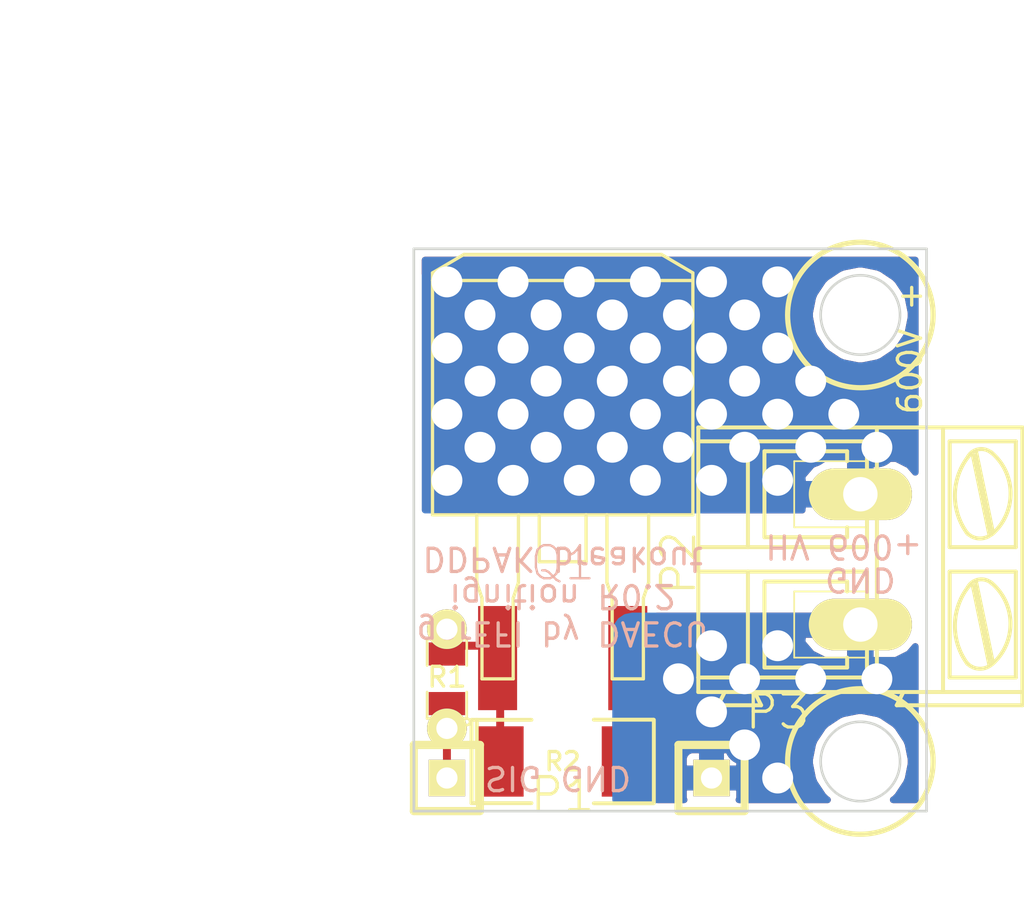
<source format=kicad_pcb>
(kicad_pcb (version 4) (host pcbnew 4.0.1-stable)

  (general
    (links 11)
    (no_connects 0)
    (area 188.850001 145.740001 231.089201 182.405)
    (thickness 1.6)
    (drawings 19)
    (tracks 115)
    (zones 0)
    (modules 6)
    (nets 5)
  )

  (page A)
  (title_block
    (title "DDPAK breakout")
    (rev R0.2)
    (company gerEFI)
  )

  (layers
    (0 F.Cu signal)
    (31 B.Cu signal)
    (32 B.Adhes user)
    (33 F.Adhes user)
    (34 B.Paste user)
    (35 F.Paste user)
    (36 B.SilkS user)
    (37 F.SilkS user)
    (38 B.Mask user)
    (39 F.Mask user)
    (40 Dwgs.User user)
    (41 Cmts.User user)
    (42 Eco1.User user)
    (43 Eco2.User user)
    (44 Edge.Cuts user)
  )

  (setup
    (last_trace_width 0.3048)
    (trace_clearance 0.3048)
    (zone_clearance 0.254)
    (zone_45_only no)
    (trace_min 0.254)
    (segment_width 0.2)
    (edge_width 0.1)
    (via_size 0.889)
    (via_drill 0.635)
    (via_min_size 0.889)
    (via_min_drill 0.508)
    (user_via 0.889 0.635)
    (user_via 1.54178 1.18618)
    (uvia_size 0.508)
    (uvia_drill 0.127)
    (uvias_allowed no)
    (uvia_min_size 0.508)
    (uvia_min_drill 0.127)
    (pcb_text_width 0.3)
    (pcb_text_size 1.5 1.5)
    (mod_edge_width 0.15)
    (mod_text_size 1 1)
    (mod_text_width 0.15)
    (pad_size 1.5 1.5)
    (pad_drill 0.6)
    (pad_to_mask_clearance 0)
    (aux_axis_origin 0 0)
    (visible_elements 7FFFFF3F)
    (pcbplotparams
      (layerselection 0x00030_80000001)
      (usegerberextensions true)
      (excludeedgelayer true)
      (linewidth 0.150000)
      (plotframeref false)
      (viasonmask false)
      (mode 1)
      (useauxorigin false)
      (hpglpennumber 1)
      (hpglpenspeed 20)
      (hpglpendiameter 15)
      (hpglpenoverlay 2)
      (psnegative false)
      (psa4output false)
      (plotreference true)
      (plotvalue true)
      (plotinvisibletext false)
      (padsonsilk false)
      (subtractmaskfromsilk false)
      (outputformat 1)
      (mirror false)
      (drillshape 0)
      (scaleselection 1)
      (outputdirectory ""))
  )

  (net 0 "")
  (net 1 /GND)
  (net 2 /HV)
  (net 3 /SIG)
  (net 4 /SIG2)

  (net_class Default "This is the default net class."
    (clearance 0.3048)
    (trace_width 0.3048)
    (via_dia 0.889)
    (via_drill 0.635)
    (uvia_dia 0.508)
    (uvia_drill 0.127)
    (add_net /GND)
    (add_net /HV)
    (add_net /SIG)
    (add_net /SIG2)
  )

  (net_class FAT ""
    (clearance 1.7526)
    (trace_width 2.54)
    (via_dia 0.889)
    (via_drill 0.635)
    (uvia_dia 0.508)
    (uvia_drill 0.127)
  )

  (net_class MIN ""
    (clearance 2.54)
    (trace_width 0.3048)
    (via_dia 0.889)
    (via_drill 0.635)
    (uvia_dia 0.508)
    (uvia_drill 0.127)
  )

  (module SM0805_jumper (layer F.Cu) (tedit 53B680BA) (tstamp 544A797B)
    (at 206.375 171.45 90)
    (path /54499D02)
    (attr smd)
    (fp_text reference R1 (at 0.0635 0 180) (layer F.SilkS)
      (effects (font (size 0.762 0.762) (thickness 0.127)))
    )
    (fp_text value 1K (at 0 1.27 90) (layer F.SilkS) hide
      (effects (font (size 0.50038 0.50038) (thickness 0.10922)))
    )
    (fp_circle (center -1.651 0.762) (end -1.651 0.635) (layer F.SilkS) (width 0.09906))
    (fp_line (start -0.508 0.762) (end -1.524 0.762) (layer F.SilkS) (width 0.09906))
    (fp_line (start -1.524 0.762) (end -1.524 -0.762) (layer F.SilkS) (width 0.09906))
    (fp_line (start -1.524 -0.762) (end -0.508 -0.762) (layer F.SilkS) (width 0.09906))
    (fp_line (start 0.508 -0.762) (end 1.524 -0.762) (layer F.SilkS) (width 0.09906))
    (fp_line (start 1.524 -0.762) (end 1.524 0.762) (layer F.SilkS) (width 0.09906))
    (fp_line (start 1.524 0.762) (end 0.508 0.762) (layer F.SilkS) (width 0.09906))
    (pad 2 smd rect (at 1.27 0 90) (size 1.524 0.2032) (layers F.Cu F.Paste F.Mask)
      (net 4 /SIG2))
    (pad 1 smd rect (at -0.9525 0 90) (size 0.889 1.397) (layers F.Cu F.Paste F.Mask)
      (net 3 /SIG))
    (pad 2 smd rect (at 0.9525 0 90) (size 0.889 1.397) (layers F.Cu F.Paste F.Mask)
      (net 4 /SIG2))
    (pad 2 thru_hole circle (at 1.905 0 90) (size 1.524 1.524) (drill 0.8128) (layers *.Cu *.Mask F.SilkS)
      (net 4 /SIG2))
    (pad 1 thru_hole circle (at -1.905 0 90) (size 1.524 1.524) (drill 0.8128) (layers *.Cu *.Mask F.SilkS)
      (net 3 /SIG))
    (pad 1 smd rect (at -1.27 0 90) (size 1.524 0.2032) (layers F.Cu F.Paste F.Mask)
      (net 3 /SIG))
    (model smd/chip_cms.wrl
      (at (xyz 0 0 0))
      (scale (xyz 0.1 0.1 0.1))
      (rotate (xyz 0 0 0))
    )
  )

  (module AK300-2 (layer F.Cu) (tedit 549D4368) (tstamp 544A2601)
    (at 222.25 166.878 270)
    (descr CONNECTOR)
    (tags CONNECTOR)
    (path /5449A1BA)
    (attr virtual)
    (fp_text reference P2 (at 0.127 6.985 270) (layer F.SilkS)
      (effects (font (size 1.27 1.27) (thickness 0.127)))
    )
    (fp_text value CONN_2 (at 0.254 7.747 270) (layer F.SilkS) hide
      (effects (font (size 1.778 1.778) (thickness 0.0889)))
    )
    (fp_line (start -3.7846 2.54) (end -1.2446 2.54) (layer F.SilkS) (width 0.06604))
    (fp_line (start -1.2446 2.54) (end -1.2446 -0.254) (layer F.SilkS) (width 0.06604))
    (fp_line (start -3.7846 -0.254) (end -1.2446 -0.254) (layer F.SilkS) (width 0.06604))
    (fp_line (start -3.7846 2.54) (end -3.7846 -0.254) (layer F.SilkS) (width 0.06604))
    (fp_line (start 1.2192 2.54) (end 3.7592 2.54) (layer F.SilkS) (width 0.06604))
    (fp_line (start 3.7592 2.54) (end 3.7592 -0.254) (layer F.SilkS) (width 0.06604))
    (fp_line (start 1.2192 -0.254) (end 3.7592 -0.254) (layer F.SilkS) (width 0.06604))
    (fp_line (start 1.2192 2.54) (end 1.2192 -0.254) (layer F.SilkS) (width 0.06604))
    (fp_line (start 5.08 -6.223) (end 5.08 -3.175) (layer F.SilkS) (width 0.1524))
    (fp_line (start 5.08 -6.223) (end -5.08 -6.223) (layer F.SilkS) (width 0.1524))
    (fp_line (start 5.08 -6.223) (end 5.588 -6.223) (layer F.SilkS) (width 0.1524))
    (fp_line (start 5.588 -6.223) (end 5.588 -1.397) (layer F.SilkS) (width 0.1524))
    (fp_line (start 5.588 -1.397) (end 5.08 -1.651) (layer F.SilkS) (width 0.1524))
    (fp_line (start 5.588 5.461) (end 5.08 5.207) (layer F.SilkS) (width 0.1524))
    (fp_line (start 5.08 5.207) (end 5.08 6.223) (layer F.SilkS) (width 0.1524))
    (fp_line (start 5.588 3.81) (end 5.08 4.064) (layer F.SilkS) (width 0.1524))
    (fp_line (start 5.08 4.064) (end 5.08 5.207) (layer F.SilkS) (width 0.1524))
    (fp_line (start 5.588 3.81) (end 5.588 5.461) (layer F.SilkS) (width 0.1524))
    (fp_line (start 0.4572 6.223) (end 0.4572 4.318) (layer F.SilkS) (width 0.1524))
    (fp_line (start 4.5212 -0.254) (end 4.5212 4.318) (layer F.SilkS) (width 0.1524))
    (fp_line (start 0.4572 6.223) (end 4.5212 6.223) (layer F.SilkS) (width 0.1524))
    (fp_line (start 4.5212 6.223) (end 5.08 6.223) (layer F.SilkS) (width 0.1524))
    (fp_line (start -0.4826 6.223) (end -0.4826 4.318) (layer F.SilkS) (width 0.1524))
    (fp_line (start -0.4826 6.223) (end 0.4572 6.223) (layer F.SilkS) (width 0.1524))
    (fp_line (start -4.5466 -0.254) (end -4.5466 4.318) (layer F.SilkS) (width 0.1524))
    (fp_line (start -5.08 6.223) (end -4.5466 6.223) (layer F.SilkS) (width 0.1524))
    (fp_line (start -4.5466 6.223) (end -0.4826 6.223) (layer F.SilkS) (width 0.1524))
    (fp_line (start 0.4572 4.318) (end 4.5212 4.318) (layer F.SilkS) (width 0.1524))
    (fp_line (start 0.4572 4.318) (end 0.4572 -0.254) (layer F.SilkS) (width 0.1524))
    (fp_line (start 4.5212 4.318) (end 4.5212 6.223) (layer F.SilkS) (width 0.1524))
    (fp_line (start -0.4826 4.318) (end -4.5466 4.318) (layer F.SilkS) (width 0.1524))
    (fp_line (start -0.4826 4.318) (end -0.4826 -0.254) (layer F.SilkS) (width 0.1524))
    (fp_line (start -4.5466 4.318) (end -4.5466 6.223) (layer F.SilkS) (width 0.1524))
    (fp_line (start 4.1402 3.683) (end 4.1402 0.508) (layer F.SilkS) (width 0.1524))
    (fp_line (start 4.1402 3.683) (end 0.8382 3.683) (layer F.SilkS) (width 0.1524))
    (fp_line (start 0.8382 3.683) (end 0.8382 0.508) (layer F.SilkS) (width 0.1524))
    (fp_line (start -0.8636 3.683) (end -0.8636 0.508) (layer F.SilkS) (width 0.1524))
    (fp_line (start -0.8636 3.683) (end -4.1656 3.683) (layer F.SilkS) (width 0.1524))
    (fp_line (start -4.1656 3.683) (end -4.1656 0.508) (layer F.SilkS) (width 0.1524))
    (fp_line (start -4.1656 0.508) (end -3.7846 0.508) (layer F.SilkS) (width 0.1524))
    (fp_line (start -0.8636 0.508) (end -1.2446 0.508) (layer F.SilkS) (width 0.1524))
    (fp_line (start 0.8382 0.508) (end 1.2192 0.508) (layer F.SilkS) (width 0.1524))
    (fp_line (start 4.1402 0.508) (end 3.7592 0.508) (layer F.SilkS) (width 0.1524))
    (fp_line (start -5.08 6.223) (end -5.08 -0.635) (layer F.SilkS) (width 0.1524))
    (fp_line (start -5.08 -0.635) (end -5.08 -3.175) (layer F.SilkS) (width 0.1524))
    (fp_line (start 5.08 -1.651) (end 5.08 -0.635) (layer F.SilkS) (width 0.1524))
    (fp_line (start 5.08 -0.635) (end 5.08 4.064) (layer F.SilkS) (width 0.1524))
    (fp_line (start -5.08 -3.175) (end 5.08 -3.175) (layer F.SilkS) (width 0.1524))
    (fp_line (start -5.08 -3.175) (end -5.08 -6.223) (layer F.SilkS) (width 0.1524))
    (fp_line (start 5.08 -3.175) (end 5.08 -1.651) (layer F.SilkS) (width 0.1524))
    (fp_line (start 0.4572 -3.429) (end 0.4572 -5.969) (layer F.SilkS) (width 0.1524))
    (fp_line (start 0.4572 -5.969) (end 4.5212 -5.969) (layer F.SilkS) (width 0.1524))
    (fp_line (start 4.5212 -5.969) (end 4.5212 -3.429) (layer F.SilkS) (width 0.1524))
    (fp_line (start 4.5212 -3.429) (end 0.4572 -3.429) (layer F.SilkS) (width 0.1524))
    (fp_line (start -0.4826 -3.429) (end -0.4826 -5.969) (layer F.SilkS) (width 0.1524))
    (fp_line (start -0.4826 -3.429) (end -4.5466 -3.429) (layer F.SilkS) (width 0.1524))
    (fp_line (start -4.5466 -3.429) (end -4.5466 -5.969) (layer F.SilkS) (width 0.1524))
    (fp_line (start -0.4826 -5.969) (end -4.5466 -5.969) (layer F.SilkS) (width 0.1524))
    (fp_line (start 0.8636 -4.445) (end 3.9116 -5.08) (layer F.SilkS) (width 0.1524))
    (fp_line (start 0.9906 -4.318) (end 4.0386 -4.953) (layer F.SilkS) (width 0.1524))
    (fp_line (start -4.1402 -4.445) (end -1.08966 -5.08) (layer F.SilkS) (width 0.1524))
    (fp_line (start -4.0132 -4.318) (end -0.9652 -4.953) (layer F.SilkS) (width 0.1524))
    (fp_line (start -4.5466 -0.254) (end -4.1656 -0.254) (layer F.SilkS) (width 0.1524))
    (fp_line (start -0.4826 -0.254) (end -0.8636 -0.254) (layer F.SilkS) (width 0.1524))
    (fp_line (start -0.8636 -0.254) (end -4.1656 -0.254) (layer F.SilkS) (width 0.1524))
    (fp_line (start -5.08 -0.635) (end -4.1656 -0.635) (layer F.SilkS) (width 0.1524))
    (fp_line (start -4.1656 -0.635) (end -0.8636 -0.635) (layer F.SilkS) (width 0.1524))
    (fp_line (start -0.8636 -0.635) (end 0.8382 -0.635) (layer F.SilkS) (width 0.1524))
    (fp_line (start 5.08 -0.635) (end 4.1402 -0.635) (layer F.SilkS) (width 0.1524))
    (fp_line (start 4.1402 -0.635) (end 0.8382 -0.635) (layer F.SilkS) (width 0.1524))
    (fp_line (start 4.5212 -0.254) (end 4.1402 -0.254) (layer F.SilkS) (width 0.1524))
    (fp_line (start 0.4572 -0.254) (end 0.8382 -0.254) (layer F.SilkS) (width 0.1524))
    (fp_line (start 0.8382 -0.254) (end 4.1402 -0.254) (layer F.SilkS) (width 0.1524))
    (fp_arc (start 3.5052 -4.59486) (end 4.01066 -5.05206) (angle 90.5) (layer F.SilkS) (width 0.1524))
    (fp_arc (start 2.54 -6.0706) (end 4.00304 -4.11734) (angle 75.5) (layer F.SilkS) (width 0.1524))
    (fp_arc (start 2.46126 -3.7084) (end 0.8636 -5.0038) (angle 100) (layer F.SilkS) (width 0.1524))
    (fp_arc (start 1.3462 -4.64566) (end 1.05664 -4.1275) (angle 104.2) (layer F.SilkS) (width 0.1524))
    (fp_arc (start -1.4986 -4.59486) (end -0.9906 -5.05206) (angle 90.5) (layer F.SilkS) (width 0.1524))
    (fp_arc (start -2.46126 -6.0706) (end -0.99822 -4.11734) (angle 75.5) (layer F.SilkS) (width 0.1524))
    (fp_arc (start -2.53746 -3.7084) (end -4.1402 -5.0038) (angle 100) (layer F.SilkS) (width 0.1524))
    (fp_arc (start -3.6576 -4.64566) (end -3.94462 -4.1275) (angle 104.2) (layer F.SilkS) (width 0.1524))
    (pad 1 thru_hole oval (at -2.5146 0 270) (size 1.9812 3.9624) (drill 1.3208) (layers *.Cu F.Paste F.SilkS F.Mask)
      (net 2 /HV))
    (pad 2 thru_hole oval (at 2.4892 0 270) (size 1.9812 3.9624) (drill 1.3208) (layers *.Cu F.Paste F.SilkS F.Mask)
      (net 1 /GND))
  )

  (module SM2010 (layer F.Cu) (tedit 544A1B10) (tstamp 5449C04A)
    (at 210.82 174.625)
    (tags "CMS SM")
    (path /54499C42)
    (attr smd)
    (fp_text reference R2 (at 0 0) (layer F.SilkS)
      (effects (font (size 0.70104 0.70104) (thickness 0.127)))
    )
    (fp_text value 100K (at 0 0.8) (layer F.SilkS) hide
      (effects (font (size 0.70104 0.70104) (thickness 0.127)))
    )
    (fp_line (start -3.3 -1.6) (end -3.3 1.6) (layer F.SilkS) (width 0.15))
    (fp_line (start 3.50012 -1.6002) (end 3.50012 1.6002) (layer F.SilkS) (width 0.15))
    (fp_line (start -3.5 -1.6) (end -3.5 1.6) (layer F.SilkS) (width 0.15))
    (fp_line (start 1.19634 1.60528) (end 3.48234 1.60528) (layer F.SilkS) (width 0.15))
    (fp_line (start 3.48234 -1.60528) (end 1.19634 -1.60528) (layer F.SilkS) (width 0.15))
    (fp_line (start -1.2 -1.6) (end -3.5 -1.6) (layer F.SilkS) (width 0.15))
    (fp_line (start -3.5 1.6) (end -1.2 1.6) (layer F.SilkS) (width 0.15))
    (pad 1 smd rect (at -2.4003 0) (size 1.80086 2.70002) (layers F.Cu F.Paste F.Mask)
      (net 4 /SIG2))
    (pad 2 smd rect (at 2.4003 0) (size 1.80086 2.70002) (layers F.Cu F.Paste F.Mask)
      (net 1 /GND))
  )

  (module SIL-1 (layer F.Cu) (tedit 549F505C) (tstamp 544A798F)
    (at 216.535 175.26)
    (descr "Connecteurs 1 pin")
    (tags "CONN DEV")
    (path /544A1CD8)
    (fp_text reference P3 (at 2.54 -2.54) (layer F.SilkS)
      (effects (font (size 1.27 1.27) (thickness 0.127)))
    )
    (fp_text value CONN_1 (at 0 -2.54) (layer F.SilkS) hide
      (effects (font (size 1.524 1.016) (thickness 0.254)))
    )
    (fp_line (start -1.27 1.27) (end 1.27 1.27) (layer F.SilkS) (width 0.3175))
    (fp_line (start -1.27 -1.27) (end 1.27 -1.27) (layer F.SilkS) (width 0.3175))
    (fp_line (start -1.27 1.27) (end -1.27 -1.27) (layer F.SilkS) (width 0.3048))
    (fp_line (start 1.27 -1.27) (end 1.27 1.27) (layer F.SilkS) (width 0.3048))
    (pad 1 thru_hole rect (at 0 0) (size 1.397 1.397) (drill 0.8128) (layers *.Cu *.Mask F.SilkS)
      (net 1 /GND))
  )

  (module SIL-1 (layer F.Cu) (tedit 549D4054) (tstamp 544A7985)
    (at 206.375 175.26 180)
    (descr "Connecteurs 1 pin")
    (tags "CONN DEV")
    (path /544A1CBF)
    (fp_text reference P1 (at -4.445 -0.635 180) (layer F.SilkS)
      (effects (font (size 1.27 1.27) (thickness 0.127)))
    )
    (fp_text value CONN_1 (at 0 -2.54 180) (layer F.SilkS) hide
      (effects (font (size 1.524 1.016) (thickness 0.254)))
    )
    (fp_line (start -1.27 1.27) (end 1.27 1.27) (layer F.SilkS) (width 0.3175))
    (fp_line (start -1.27 -1.27) (end 1.27 -1.27) (layer F.SilkS) (width 0.3175))
    (fp_line (start -1.27 1.27) (end -1.27 -1.27) (layer F.SilkS) (width 0.3048))
    (fp_line (start 1.27 -1.27) (end 1.27 1.27) (layer F.SilkS) (width 0.3048))
    (pad 1 thru_hole rect (at 0 0 180) (size 1.397 1.397) (drill 0.8128) (layers *.Cu *.Mask F.SilkS)
      (net 3 /SIG))
  )

  (module m-pad-2.1-TO-263AB (layer F.Cu) (tedit 549D3FB2) (tstamp 5449C06D)
    (at 210.82 160.655)
    (descr "FAIRCHILD'S TO-263AB/D2PAK PACKAGE DIMENSIONS")
    (tags "FAIRCHILD'S TO-263AB/D2PAK PACKAGE DIMENSIONS")
    (path /5498B4BA)
    (attr smd)
    (fp_text reference Q1 (at 0 6.35) (layer B.SilkS)
      (effects (font (size 1.27 1.27) (thickness 0.0889)))
    )
    (fp_text value IRGS14C40L (at 6.86308 -0.30988 90) (layer B.SilkS) hide
      (effects (font (size 1.27 1.27) (thickness 0.0889)))
    )
    (fp_line (start -4.99872 4.49834) (end -3.29946 4.49834) (layer F.SilkS) (width 0.127))
    (fp_line (start -3.29946 4.49834) (end -1.69926 4.49834) (layer F.SilkS) (width 0.127))
    (fp_line (start -1.69926 4.49834) (end -0.89916 4.49834) (layer F.SilkS) (width 0.127))
    (fp_line (start -0.89916 4.49834) (end 0.89916 4.49834) (layer F.SilkS) (width 0.127))
    (fp_line (start 0.89916 4.49834) (end 1.69926 4.49834) (layer F.SilkS) (width 0.127))
    (fp_line (start 1.69926 4.49834) (end 3.29946 4.49834) (layer F.SilkS) (width 0.127))
    (fp_line (start 3.29946 4.49834) (end 4.99872 4.49834) (layer F.SilkS) (width 0.127))
    (fp_line (start 4.99872 4.49834) (end 4.99872 -4.49834) (layer F.SilkS) (width 0.127))
    (fp_line (start 4.99872 -4.49834) (end -4.99872 -4.49834) (layer F.SilkS) (width 0.127))
    (fp_line (start -4.99872 -4.49834) (end -4.99872 4.49834) (layer F.SilkS) (width 0.127))
    (fp_line (start -4.99872 -4.49834) (end -4.99872 -4.79044) (layer F.SilkS) (width 0.127))
    (fp_line (start -4.99872 -4.79044) (end -3.79222 -5.4991) (layer F.SilkS) (width 0.127))
    (fp_line (start -3.79222 -5.4991) (end 3.79222 -5.4991) (layer F.SilkS) (width 0.127))
    (fp_line (start 3.79222 -5.4991) (end 4.99872 -4.79044) (layer F.SilkS) (width 0.127))
    (fp_line (start 4.99872 -4.79044) (end 4.99872 -4.49834) (layer F.SilkS) (width 0.127))
    (fp_line (start -0.89916 4.49834) (end -0.89916 6.2992) (layer F.SilkS) (width 0.127))
    (fp_line (start -0.89916 6.2992) (end 0.89916 6.2992) (layer F.SilkS) (width 0.127))
    (fp_line (start 0.89916 6.2992) (end 0.89916 4.49834) (layer F.SilkS) (width 0.127))
    (fp_line (start -3.29946 4.49834) (end -3.29946 7.0993) (layer F.SilkS) (width 0.127))
    (fp_line (start -3.29946 7.0993) (end -3.0988 7.69874) (layer F.SilkS) (width 0.127))
    (fp_line (start -3.0988 7.69874) (end -3.0988 10.79754) (layer F.SilkS) (width 0.127))
    (fp_line (start -3.0988 10.79754) (end -1.89992 10.79754) (layer F.SilkS) (width 0.127))
    (fp_line (start -1.89992 10.79754) (end -1.89992 7.69874) (layer F.SilkS) (width 0.127))
    (fp_line (start -1.89992 7.69874) (end -1.69926 7.0993) (layer F.SilkS) (width 0.127))
    (fp_line (start -1.69926 7.0993) (end -1.69926 4.49834) (layer F.SilkS) (width 0.127))
    (fp_line (start 1.69926 4.49834) (end 1.69926 7.0993) (layer F.SilkS) (width 0.127))
    (fp_line (start 1.69926 7.0993) (end 1.89992 7.69874) (layer F.SilkS) (width 0.127))
    (fp_line (start 1.89992 7.69874) (end 1.89992 10.79754) (layer F.SilkS) (width 0.127))
    (fp_line (start 1.89992 10.79754) (end 3.0988 10.79754) (layer F.SilkS) (width 0.127))
    (fp_line (start 3.0988 10.79754) (end 3.0988 7.69874) (layer F.SilkS) (width 0.127))
    (fp_line (start 3.0988 7.69874) (end 3.29946 7.0993) (layer F.SilkS) (width 0.127))
    (fp_line (start 3.29946 7.0993) (end 3.29946 4.49834) (layer F.SilkS) (width 0.127))
    (pad 2 smd rect (at 0 0) (size 9.99998 8.99922) (layers F.Cu F.Paste F.Mask)
      (net 2 /HV))
    (pad 1 smd rect (at -2.49936 9.99998) (size 1.4986 3.99796) (layers F.Cu F.Paste F.Mask)
      (net 4 /SIG2))
    (pad 3 smd rect (at 2.49936 9.99998) (size 1.4986 3.99796) (layers F.Cu F.Paste F.Mask)
      (net 1 /GND))
    (model smd/dpack_2.wrl
      (at (xyz 0 -0.3 0))
      (scale (xyz 1 1 1))
      (rotate (xyz 0 0 0))
    )
  )

  (dimension 10.16 (width 0.3) (layer Dwgs.User)
    (gr_text "0.4000 in" (at 211.455 181.054999) (layer Dwgs.User)
      (effects (font (size 1.5 1.5) (thickness 0.3)))
    )
    (feature1 (pts (xy 216.535 176.53) (xy 216.535 182.404999)))
    (feature2 (pts (xy 206.375 176.53) (xy 206.375 182.404999)))
    (crossbar (pts (xy 206.375 179.704999) (xy 216.535 179.704999)))
    (arrow1a (pts (xy 216.535 179.704999) (xy 215.408497 180.291419)))
    (arrow1b (pts (xy 216.535 179.704999) (xy 215.408497 179.118579)))
    (arrow2a (pts (xy 206.375 179.704999) (xy 207.501503 180.291419)))
    (arrow2b (pts (xy 206.375 179.704999) (xy 207.501503 179.118579)))
  )
  (gr_circle (center 222.25 174.625) (end 223.774 174.625) (layer Edge.Cuts) (width 0.1) (tstamp 549E9E7F))
  (gr_circle (center 222.25 174.625) (end 225.044 174.625) (layer F.SilkS) (width 0.2) (tstamp 549E9E7E))
  (gr_circle (center 222.25 157.48) (end 225.044 157.48) (layer F.SilkS) (width 0.2))
  (gr_circle (center 222.25 157.48) (end 223.774 157.48) (layer Edge.Cuts) (width 0.1) (tstamp 549E9D27))
  (dimension 21.59 (width 0.3) (layer Dwgs.User)
    (gr_text "21.590 mm" (at 195.5 165.735 90) (layer Dwgs.User)
      (effects (font (size 1.5 1.5) (thickness 0.3)))
    )
    (feature1 (pts (xy 204.47 154.94) (xy 194.15 154.94)))
    (feature2 (pts (xy 204.47 176.53) (xy 194.15 176.53)))
    (crossbar (pts (xy 196.85 176.53) (xy 196.85 154.94)))
    (arrow1a (pts (xy 196.85 154.94) (xy 197.43642 156.066503)))
    (arrow1b (pts (xy 196.85 154.94) (xy 196.26358 156.066503)))
    (arrow2a (pts (xy 196.85 176.53) (xy 197.43642 175.403497)))
    (arrow2b (pts (xy 196.85 176.53) (xy 196.26358 175.403497)))
  )
  (dimension 19.685 (width 0.3) (layer Dwgs.User)
    (gr_text "19.685 mm" (at 214.9475 147.240001) (layer Dwgs.User)
      (effects (font (size 1.5 1.5) (thickness 0.3)))
    )
    (feature1 (pts (xy 224.79 154.305) (xy 224.79 145.890001)))
    (feature2 (pts (xy 205.105 154.305) (xy 205.105 145.890001)))
    (crossbar (pts (xy 205.105 148.590001) (xy 224.79 148.590001)))
    (arrow1a (pts (xy 224.79 148.590001) (xy 223.663497 149.176421)))
    (arrow1b (pts (xy 224.79 148.590001) (xy 223.663497 148.003581)))
    (arrow2a (pts (xy 205.105 148.590001) (xy 206.231503 149.176421)))
    (arrow2b (pts (xy 205.105 148.590001) (xy 206.231503 148.003581)))
  )
  (dimension 19.685 (width 0.3) (layer Dwgs.User)
    (gr_text "0.7750 in" (at 214.9475 150.415001) (layer Dwgs.User)
      (effects (font (size 1.5 1.5) (thickness 0.3)))
    )
    (feature1 (pts (xy 224.79 154.305) (xy 224.79 149.065001)))
    (feature2 (pts (xy 205.105 154.305) (xy 205.105 149.065001)))
    (crossbar (pts (xy 205.105 151.765001) (xy 224.79 151.765001)))
    (arrow1a (pts (xy 224.79 151.765001) (xy 223.663497 152.351421)))
    (arrow1b (pts (xy 224.79 151.765001) (xy 223.663497 151.178581)))
    (arrow2a (pts (xy 205.105 151.765001) (xy 206.231503 152.351421)))
    (arrow2b (pts (xy 205.105 151.765001) (xy 206.231503 151.178581)))
  )
  (dimension 21.59 (width 0.3) (layer Dwgs.User)
    (gr_text "0.8500 in" (at 199.31 165.735 90) (layer Dwgs.User)
      (effects (font (size 1.5 1.5) (thickness 0.3)))
    )
    (feature1 (pts (xy 204.47 154.94) (xy 197.96 154.94)))
    (feature2 (pts (xy 204.47 176.53) (xy 197.96 176.53)))
    (crossbar (pts (xy 200.66 176.53) (xy 200.66 154.94)))
    (arrow1a (pts (xy 200.66 154.94) (xy 201.24642 156.066503)))
    (arrow1b (pts (xy 200.66 154.94) (xy 200.07358 156.066503)))
    (arrow2a (pts (xy 200.66 176.53) (xy 201.24642 175.403497)))
    (arrow2b (pts (xy 200.66 176.53) (xy 200.07358 175.403497)))
  )
  (gr_text GND (at 212.09 175.26 180) (layer B.SilkS)
    (effects (font (size 0.889 0.889) (thickness 0.127)) (justify mirror))
  )
  (gr_text "HV 600+" (at 221.615 166.37 180) (layer B.SilkS)
    (effects (font (size 0.889 0.889) (thickness 0.127)) (justify mirror))
  )
  (gr_text SIG (at 208.915 175.26 180) (layer B.SilkS)
    (effects (font (size 0.889 0.889) (thickness 0.127)) (justify mirror))
  )
  (gr_text GND (at 222.25 167.64 180) (layer B.SilkS)
    (effects (font (size 0.889 0.889) (thickness 0.127)) (justify mirror))
  )
  (gr_text "gerEFI by DAECU\nignition R0.2\nDDPAK breakout\n" (at 210.82 168.275 180) (layer B.SilkS)
    (effects (font (size 0.889 0.889) (thickness 0.127)) (justify mirror))
  )
  (gr_text "600V +" (at 224.155 158.75 90) (layer F.SilkS)
    (effects (font (size 0.889 0.889) (thickness 0.127)))
  )
  (gr_line (start 205.105 176.53) (end 224.79 176.53) (angle 90) (layer Edge.Cuts) (width 0.1) (tstamp 549D3C3E))
  (gr_line (start 224.79 154.94) (end 224.79 176.53) (angle 90) (layer Edge.Cuts) (width 0.1) (tstamp 549D3BE3))
  (gr_line (start 205.105 154.94) (end 224.79 154.94) (angle 90) (layer Edge.Cuts) (width 0.1))
  (gr_line (start 205.105 154.94) (end 205.105 176.53) (angle 90) (layer Edge.Cuts) (width 0.1) (tstamp 549D3BE0))

  (segment (start 222.885 171.45) (end 220.345 171.45) (width 0.3048) (layer F.Cu) (net 1))
  (segment (start 219.075 175.26) (end 219.075 172.72) (width 0.3048) (layer F.Cu) (net 1))
  (segment (start 222.25 169.3672) (end 219.8878 169.3672) (width 0.3048) (layer B.Cu) (net 1))
  (segment (start 219.075 172.72) (end 220.345 171.45) (width 0.3048) (layer F.Cu) (net 1) (tstamp 549D42CF))
  (via (at 219.075 175.26) (size 1.54178) (drill 1.18618) (layers F.Cu B.Cu) (net 1))
  (segment (start 217.805 173.99) (end 219.075 175.26) (width 0.3048) (layer B.Cu) (net 1) (tstamp 549D42C6))
  (via (at 217.805 173.99) (size 1.54178) (drill 1.18618) (layers F.Cu B.Cu) (net 1))
  (segment (start 216.535 172.72) (end 217.805 173.99) (width 0.3048) (layer F.Cu) (net 1) (tstamp 549D42C3))
  (via (at 216.535 172.72) (size 1.54178) (drill 1.18618) (layers F.Cu B.Cu) (net 1))
  (segment (start 215.265 171.45) (end 216.535 172.72) (width 0.3048) (layer B.Cu) (net 1) (tstamp 549D42C0))
  (via (at 215.265 171.45) (size 1.54178) (drill 1.18618) (layers F.Cu B.Cu) (net 1))
  (segment (start 216.535 170.18) (end 215.265 171.45) (width 0.3048) (layer F.Cu) (net 1) (tstamp 549D42BD))
  (via (at 216.535 170.18) (size 1.54178) (drill 1.18618) (layers F.Cu B.Cu) (net 1))
  (segment (start 217.805 171.45) (end 216.535 170.18) (width 0.3048) (layer B.Cu) (net 1) (tstamp 549D42BA))
  (via (at 217.805 171.45) (size 1.54178) (drill 1.18618) (layers F.Cu B.Cu) (net 1))
  (segment (start 219.075 170.18) (end 217.805 171.45) (width 0.3048) (layer F.Cu) (net 1) (tstamp 549D42B7))
  (via (at 219.075 170.18) (size 1.54178) (drill 1.18618) (layers F.Cu B.Cu) (net 1))
  (segment (start 219.8878 169.3672) (end 219.075 170.18) (width 0.3048) (layer B.Cu) (net 1) (tstamp 549D42AE))
  (via (at 220.345 171.45) (size 1.54178) (drill 1.18618) (layers F.Cu B.Cu) (net 1))
  (via (at 222.885 171.45) (size 1.54178) (drill 1.18618) (layers F.Cu B.Cu) (net 1))
  (segment (start 217.805 157.48) (end 219.075 156.21) (width 0.3048) (layer B.Cu) (net 2))
  (segment (start 206.375 156.21) (end 210.82 160.655) (width 0.3048) (layer F.Cu) (net 2) (tstamp 549D4210))
  (via (at 206.375 156.21) (size 1.54178) (drill 1.18618) (layers F.Cu B.Cu) (net 2))
  (segment (start 208.915 156.21) (end 206.375 156.21) (width 0.3048) (layer B.Cu) (net 2) (tstamp 549D420C))
  (via (at 208.915 156.21) (size 1.54178) (drill 1.18618) (layers F.Cu B.Cu) (net 2))
  (segment (start 211.455 156.21) (end 208.915 156.21) (width 0.3048) (layer F.Cu) (net 2) (tstamp 549D4209))
  (via (at 211.455 156.21) (size 1.54178) (drill 1.18618) (layers F.Cu B.Cu) (net 2))
  (segment (start 213.995 156.21) (end 211.455 156.21) (width 0.3048) (layer B.Cu) (net 2) (tstamp 549D4205))
  (via (at 213.995 156.21) (size 1.54178) (drill 1.18618) (layers F.Cu B.Cu) (net 2))
  (segment (start 216.535 156.21) (end 213.995 156.21) (width 0.3048) (layer F.Cu) (net 2) (tstamp 549D4202))
  (via (at 216.535 156.21) (size 1.54178) (drill 1.18618) (layers F.Cu B.Cu) (net 2))
  (segment (start 219.075 156.21) (end 216.535 156.21) (width 0.3048) (layer B.Cu) (net 2) (tstamp 549D41FF))
  (via (at 219.075 156.21) (size 1.54178) (drill 1.18618) (layers F.Cu B.Cu) (net 2))
  (via (at 217.805 157.48) (size 1.54178) (drill 1.18618) (layers F.Cu B.Cu) (net 2))
  (segment (start 217.805 157.48) (end 219.075 158.75) (width 0.3048) (layer B.Cu) (net 2))
  (segment (start 220.345 160.02) (end 219.075 158.75) (width 0.3048) (layer B.Cu) (net 2) (tstamp 549E9F1D))
  (via (at 219.075 158.75) (size 1.54178) (drill 1.18618) (layers F.Cu B.Cu) (net 2))
  (segment (start 215.265 157.48) (end 217.805 157.48) (width 0.3048) (layer B.Cu) (net 2) (tstamp 549D41F0))
  (via (at 215.265 157.48) (size 1.54178) (drill 1.18618) (layers F.Cu B.Cu) (net 2))
  (segment (start 212.725 157.48) (end 215.265 157.48) (width 0.3048) (layer F.Cu) (net 2) (tstamp 549D41EC))
  (via (at 212.725 157.48) (size 1.54178) (drill 1.18618) (layers F.Cu B.Cu) (net 2))
  (segment (start 210.185 157.48) (end 212.725 157.48) (width 0.3048) (layer B.Cu) (net 2) (tstamp 549D41E9))
  (via (at 210.185 157.48) (size 1.54178) (drill 1.18618) (layers F.Cu B.Cu) (net 2))
  (segment (start 207.645 157.48) (end 210.185 157.48) (width 0.3048) (layer F.Cu) (net 2) (tstamp 549D41E6))
  (via (at 207.645 157.48) (size 1.54178) (drill 1.18618) (layers F.Cu B.Cu) (net 2))
  (segment (start 206.375 158.75) (end 207.645 157.48) (width 0.3048) (layer B.Cu) (net 2) (tstamp 549D41E3))
  (via (at 206.375 158.75) (size 1.54178) (drill 1.18618) (layers F.Cu B.Cu) (net 2))
  (segment (start 208.915 158.75) (end 206.375 158.75) (width 0.3048) (layer F.Cu) (net 2) (tstamp 549D41E0))
  (via (at 208.915 158.75) (size 1.54178) (drill 1.18618) (layers F.Cu B.Cu) (net 2))
  (segment (start 211.455 158.75) (end 208.915 158.75) (width 0.3048) (layer B.Cu) (net 2) (tstamp 549D41DD))
  (via (at 211.455 158.75) (size 1.54178) (drill 1.18618) (layers F.Cu B.Cu) (net 2))
  (segment (start 213.995 158.75) (end 211.455 158.75) (width 0.3048) (layer F.Cu) (net 2) (tstamp 549D41DA))
  (via (at 213.995 158.75) (size 1.54178) (drill 1.18618) (layers F.Cu B.Cu) (net 2))
  (segment (start 216.535 158.75) (end 213.995 158.75) (width 0.3048) (layer B.Cu) (net 2) (tstamp 549D41D7))
  (via (at 216.535 158.75) (size 1.54178) (drill 1.18618) (layers F.Cu B.Cu) (net 2))
  (segment (start 219.075 158.75) (end 216.535 158.75) (width 0.3048) (layer F.Cu) (net 2) (tstamp 549D41D4))
  (via (at 220.345 160.02) (size 1.54178) (drill 1.18618) (layers F.Cu B.Cu) (net 2))
  (segment (start 221.615 161.29) (end 220.345 160.02) (width 0.3048) (layer B.Cu) (net 2))
  (via (at 221.615 161.29) (size 1.54178) (drill 1.18618) (layers F.Cu B.Cu) (net 2))
  (via (at 222.885 162.56) (size 1.54178) (drill 1.18618) (layers F.Cu B.Cu) (net 2))
  (segment (start 221.615 161.29) (end 222.885 162.56) (width 0.3048) (layer F.Cu) (net 2) (tstamp 549D41BB))
  (segment (start 222.25 164.3634) (end 219.6084 164.3634) (width 0.3048) (layer F.Cu) (net 2))
  (segment (start 220.345 162.56) (end 221.615 161.29) (width 0.3048) (layer B.Cu) (net 2) (tstamp 549D41B7))
  (via (at 220.345 162.56) (size 1.54178) (drill 1.18618) (layers F.Cu B.Cu) (net 2))
  (segment (start 219.075 161.29) (end 220.345 162.56) (width 0.3048) (layer F.Cu) (net 2) (tstamp 549D41B4))
  (via (at 219.075 161.29) (size 1.54178) (drill 1.18618) (layers F.Cu B.Cu) (net 2))
  (segment (start 217.805 160.02) (end 219.075 161.29) (width 0.3048) (layer B.Cu) (net 2) (tstamp 549D41AF))
  (via (at 217.805 160.02) (size 1.54178) (drill 1.18618) (layers F.Cu B.Cu) (net 2))
  (segment (start 216.535 161.29) (end 217.805 160.02) (width 0.3048) (layer F.Cu) (net 2) (tstamp 549D41AC))
  (via (at 216.535 161.29) (size 1.54178) (drill 1.18618) (layers F.Cu B.Cu) (net 2))
  (segment (start 215.265 160.02) (end 216.535 161.29) (width 0.3048) (layer B.Cu) (net 2) (tstamp 549D41A9))
  (via (at 215.265 160.02) (size 1.54178) (drill 1.18618) (layers F.Cu B.Cu) (net 2))
  (segment (start 213.995 161.29) (end 215.265 160.02) (width 0.3048) (layer F.Cu) (net 2) (tstamp 549D41A6))
  (via (at 213.995 161.29) (size 1.54178) (drill 1.18618) (layers F.Cu B.Cu) (net 2))
  (segment (start 212.725 160.02) (end 213.995 161.29) (width 0.3048) (layer B.Cu) (net 2) (tstamp 549D41A3))
  (via (at 212.725 160.02) (size 1.54178) (drill 1.18618) (layers F.Cu B.Cu) (net 2))
  (segment (start 211.455 161.29) (end 212.725 160.02) (width 0.3048) (layer F.Cu) (net 2) (tstamp 549D41A0))
  (via (at 211.455 161.29) (size 1.54178) (drill 1.18618) (layers F.Cu B.Cu) (net 2))
  (segment (start 210.185 160.02) (end 211.455 161.29) (width 0.3048) (layer B.Cu) (net 2) (tstamp 549D419D))
  (via (at 210.185 160.02) (size 1.54178) (drill 1.18618) (layers F.Cu B.Cu) (net 2))
  (segment (start 208.915 161.29) (end 210.185 160.02) (width 0.3048) (layer F.Cu) (net 2) (tstamp 549D419A))
  (via (at 208.915 161.29) (size 1.54178) (drill 1.18618) (layers F.Cu B.Cu) (net 2))
  (segment (start 207.645 160.02) (end 208.915 161.29) (width 0.3048) (layer B.Cu) (net 2) (tstamp 549D4197))
  (via (at 207.645 160.02) (size 1.54178) (drill 1.18618) (layers F.Cu B.Cu) (net 2))
  (segment (start 206.375 161.29) (end 207.645 160.02) (width 0.3048) (layer F.Cu) (net 2) (tstamp 549D4194))
  (via (at 206.375 161.29) (size 1.54178) (drill 1.18618) (layers F.Cu B.Cu) (net 2))
  (segment (start 206.375 163.83) (end 206.375 161.29) (width 0.3048) (layer B.Cu) (net 2) (tstamp 549D4190))
  (via (at 206.375 163.83) (size 1.54178) (drill 1.18618) (layers F.Cu B.Cu) (net 2))
  (segment (start 207.645 162.56) (end 206.375 163.83) (width 0.3048) (layer F.Cu) (net 2) (tstamp 549D418D))
  (via (at 207.645 162.56) (size 1.54178) (drill 1.18618) (layers F.Cu B.Cu) (net 2))
  (segment (start 208.915 163.83) (end 207.645 162.56) (width 0.3048) (layer B.Cu) (net 2) (tstamp 549D418A))
  (via (at 208.915 163.83) (size 1.54178) (drill 1.18618) (layers F.Cu B.Cu) (net 2))
  (segment (start 210.185 162.56) (end 208.915 163.83) (width 0.3048) (layer F.Cu) (net 2) (tstamp 549D4187))
  (via (at 210.185 162.56) (size 1.54178) (drill 1.18618) (layers F.Cu B.Cu) (net 2))
  (segment (start 211.455 163.83) (end 210.185 162.56) (width 0.3048) (layer B.Cu) (net 2) (tstamp 549D4184))
  (via (at 211.455 163.83) (size 1.54178) (drill 1.18618) (layers F.Cu B.Cu) (net 2))
  (segment (start 212.725 162.56) (end 211.455 163.83) (width 0.3048) (layer F.Cu) (net 2) (tstamp 549D4181))
  (via (at 212.725 162.56) (size 1.54178) (drill 1.18618) (layers F.Cu B.Cu) (net 2))
  (segment (start 213.995 163.83) (end 212.725 162.56) (width 0.3048) (layer B.Cu) (net 2) (tstamp 549D417E))
  (via (at 213.995 163.83) (size 1.54178) (drill 1.18618) (layers F.Cu B.Cu) (net 2))
  (segment (start 215.265 162.56) (end 213.995 163.83) (width 0.3048) (layer F.Cu) (net 2) (tstamp 549D417B))
  (via (at 215.265 162.56) (size 1.54178) (drill 1.18618) (layers F.Cu B.Cu) (net 2))
  (segment (start 216.535 163.83) (end 215.265 162.56) (width 0.3048) (layer B.Cu) (net 2) (tstamp 549D4178))
  (via (at 216.535 163.83) (size 1.54178) (drill 1.18618) (layers F.Cu B.Cu) (net 2))
  (segment (start 217.805 162.56) (end 216.535 163.83) (width 0.3048) (layer F.Cu) (net 2) (tstamp 549D4175))
  (via (at 217.805 162.56) (size 1.54178) (drill 1.18618) (layers F.Cu B.Cu) (net 2))
  (segment (start 219.075 163.83) (end 217.805 162.56) (width 0.3048) (layer B.Cu) (net 2) (tstamp 549D4171))
  (via (at 219.075 163.83) (size 1.54178) (drill 1.18618) (layers F.Cu B.Cu) (net 2))
  (segment (start 219.6084 164.3634) (end 219.075 163.83) (width 0.3048) (layer F.Cu) (net 2) (tstamp 549D416A))
  (segment (start 206.375 175.26) (end 206.375 173.355) (width 0.3048) (layer F.Cu) (net 3))
  (segment (start 208.4197 174.625) (end 208.4197 170.75404) (width 0.3048) (layer F.Cu) (net 4))
  (segment (start 208.4197 170.75404) (end 208.32064 170.65498) (width 0.3048) (layer F.Cu) (net 4) (tstamp 549D4036))
  (segment (start 206.375 170.18) (end 207.84566 170.18) (width 0.3048) (layer F.Cu) (net 4))
  (segment (start 207.84566 170.18) (end 208.32064 170.65498) (width 0.3048) (layer F.Cu) (net 4) (tstamp 549D4031))
  (segment (start 208.4197 170.75404) (end 208.32064 170.65498) (width 0.3048) (layer F.Cu) (net 4) (tstamp 549D3F88))

  (zone (net 2) (net_name /HV) (layer B.Cu) (tstamp 544A1897) (hatch edge 0.508)
    (connect_pads (clearance 0.254))
    (min_thickness 0.254)
    (fill (arc_segments 16) (thermal_gap 0.254) (thermal_bridge_width 1.016) (smoothing fillet) (radius 0.762))
    (polygon
      (pts
        (xy 226.06 152.4) (xy 203.2 152.4) (xy 203.2 165.1) (xy 226.06 165.1)
      )
    )
    (filled_polygon
      (pts
        (xy 224.359 163.522537) (xy 224.1973 163.334715) (xy 224.1973 157.563613) (xy 224.197226 157.48) (xy 224.1973 157.396387)
        (xy 224.197153 157.396032) (xy 224.197153 157.395445) (xy 224.080637 156.812337) (xy 224.016146 156.657026) (xy 224.014285 156.655168)
        (xy 223.687021 156.164458) (xy 223.686073 156.162174) (xy 223.567056 156.043365) (xy 223.072348 155.713436) (xy 222.916925 155.649216)
        (xy 222.914289 155.649218) (xy 222.335896 155.533643) (xy 222.333613 155.5327) (xy 222.165445 155.532847) (xy 221.582337 155.649363)
        (xy 221.427026 155.713854) (xy 221.425168 155.715714) (xy 220.934458 156.042978) (xy 220.932174 156.043927) (xy 220.813365 156.162944)
        (xy 220.483436 156.657652) (xy 220.419216 156.813075) (xy 220.419218 156.81571) (xy 220.303355 157.395547) (xy 220.303354 157.39593)
        (xy 220.303208 157.396285) (xy 220.303281 157.48) (xy 220.303208 157.563715) (xy 220.303354 157.564069) (xy 220.303355 157.564453)
        (xy 220.419218 158.144289) (xy 220.419216 158.146925) (xy 220.483436 158.302348) (xy 220.813365 158.797056) (xy 220.932174 158.916073)
        (xy 220.934458 158.917021) (xy 221.425168 159.244285) (xy 221.427026 159.246146) (xy 221.582337 159.310637) (xy 222.165445 159.427153)
        (xy 222.333613 159.4273) (xy 222.335896 159.426356) (xy 222.914289 159.310781) (xy 222.916925 159.310784) (xy 223.072348 159.246564)
        (xy 223.567056 158.916635) (xy 223.686073 158.797826) (xy 223.687021 158.795541) (xy 224.014285 158.304831) (xy 224.016146 158.302974)
        (xy 224.080637 158.147663) (xy 224.197153 157.564555) (xy 224.197153 157.563967) (xy 224.1973 157.563613) (xy 224.1973 163.334715)
        (xy 224.117487 163.242009) (xy 223.6216 162.9918) (xy 222.631 162.9918) (xy 222.631 163.9824) (xy 222.651 163.9824)
        (xy 222.651 164.7444) (xy 222.631 164.7444) (xy 222.631 164.7644) (xy 221.869 164.7644) (xy 221.869 164.7444)
        (xy 221.869 163.9824) (xy 221.869 162.9918) (xy 220.8784 162.9918) (xy 220.382513 163.242009) (xy 220.020124 163.66294)
        (xy 220.017603 163.780969) (xy 220.041243 163.9824) (xy 221.869 163.9824) (xy 221.869 164.7444) (xy 220.041243 164.7444)
        (xy 220.017603 164.945831) (xy 220.018183 164.973) (xy 205.536 164.973) (xy 205.536 155.371) (xy 224.359 155.371)
        (xy 224.359 163.522537)
      )
    )
  )
  (zone (net 1) (net_name /GND) (layer B.Cu) (tstamp 544A26B3) (hatch edge 0.508)
    (connect_pads (clearance 0.254))
    (min_thickness 0.254)
    (fill (arc_segments 16) (thermal_gap 0.254) (thermal_bridge_width 1.016) (smoothing fillet) (radius 0.762))
    (polygon
      (pts
        (xy 212.725 168.91) (xy 226.06 168.91) (xy 226.06 179.07) (xy 212.725 179.07)
      )
    )
    (filled_polygon
      (pts
        (xy 224.359 176.099) (xy 223.511029 176.099) (xy 223.567056 176.061635) (xy 223.686073 175.942826) (xy 223.687021 175.940541)
        (xy 224.014285 175.449831) (xy 224.016146 175.447974) (xy 224.080637 175.292663) (xy 224.197153 174.709555) (xy 224.197153 174.708967)
        (xy 224.1973 174.708613) (xy 224.197226 174.625) (xy 224.1973 174.541387) (xy 224.197153 174.541032) (xy 224.197153 174.540445)
        (xy 224.080637 173.957337) (xy 224.016146 173.802026) (xy 224.014285 173.800168) (xy 223.687021 173.309458) (xy 223.686073 173.307174)
        (xy 223.567056 173.188365) (xy 223.072348 172.858436) (xy 222.916925 172.794216) (xy 222.914289 172.794218) (xy 222.335896 172.678643)
        (xy 222.333613 172.6777) (xy 222.165445 172.677847) (xy 221.869 172.737082) (xy 221.869 170.7388) (xy 221.869 169.7482)
        (xy 220.041243 169.7482) (xy 220.017603 169.949631) (xy 220.020124 170.06766) (xy 220.382513 170.488591) (xy 220.8784 170.7388)
        (xy 221.869 170.7388) (xy 221.869 172.737082) (xy 221.582337 172.794363) (xy 221.427026 172.858854) (xy 221.425168 172.860714)
        (xy 220.934458 173.187978) (xy 220.932174 173.188927) (xy 220.813365 173.307944) (xy 220.483436 173.802652) (xy 220.419216 173.958075)
        (xy 220.419218 173.96071) (xy 220.303355 174.540547) (xy 220.303354 174.54093) (xy 220.303208 174.541285) (xy 220.303281 174.625)
        (xy 220.303208 174.708715) (xy 220.303354 174.709069) (xy 220.303355 174.709453) (xy 220.419218 175.289289) (xy 220.419216 175.291925)
        (xy 220.483436 175.447348) (xy 220.813365 175.942056) (xy 220.932174 176.061073) (xy 220.934458 176.062021) (xy 220.989905 176.099)
        (xy 217.5877 176.099) (xy 217.614434 176.034618) (xy 217.614566 175.883047) (xy 217.614566 174.636953) (xy 217.614434 174.485382)
        (xy 217.556308 174.345399) (xy 217.449037 174.238316) (xy 217.308953 174.180434) (xy 216.9795 174.1805) (xy 216.88425 174.27575)
        (xy 216.88425 174.91075) (xy 217.51925 174.91075) (xy 217.6145 174.8155) (xy 217.614566 174.636953) (xy 217.614566 175.883047)
        (xy 217.6145 175.7045) (xy 217.51925 175.60925) (xy 216.88425 175.60925) (xy 216.88425 175.661) (xy 216.18575 175.661)
        (xy 216.18575 175.60925) (xy 216.18575 174.91075) (xy 216.18575 174.27575) (xy 216.0905 174.1805) (xy 215.761047 174.180434)
        (xy 215.620963 174.238316) (xy 215.513692 174.345399) (xy 215.455566 174.485382) (xy 215.455434 174.636953) (xy 215.4555 174.8155)
        (xy 215.55075 174.91075) (xy 216.18575 174.91075) (xy 216.18575 175.60925) (xy 215.55075 175.60925) (xy 215.4555 175.7045)
        (xy 215.455434 175.883047) (xy 215.455566 176.034618) (xy 215.482299 176.099) (xy 212.852 176.099) (xy 212.852 169.684508)
        (xy 212.902635 169.429948) (xy 213.039747 169.224747) (xy 213.244948 169.087635) (xy 213.499508 169.037) (xy 222.651 169.037)
        (xy 222.651 169.7482) (xy 222.631 169.7482) (xy 222.631 170.7388) (xy 223.6216 170.7388) (xy 224.117487 170.488591)
        (xy 224.359 170.208062) (xy 224.359 176.099)
      )
    )
  )
  (zone (net 1) (net_name /GND) (layer F.Cu) (tstamp 549D413B) (hatch edge 0.508)
    (connect_pads (clearance 0.254))
    (min_thickness 0.254)
    (fill (arc_segments 16) (thermal_gap 0.254) (thermal_bridge_width 1.016) (smoothing fillet) (radius 0.762))
    (polygon
      (pts
        (xy 227.33 180.34) (xy 212.725 180.34) (xy 212.725 168.91) (xy 227.33 168.91)
      )
    )
    (filled_polygon
      (pts
        (xy 224.359 176.099) (xy 223.511029 176.099) (xy 223.567056 176.061635) (xy 223.686073 175.942826) (xy 223.687021 175.940541)
        (xy 224.014285 175.449831) (xy 224.016146 175.447974) (xy 224.080637 175.292663) (xy 224.197153 174.709555) (xy 224.197153 174.708967)
        (xy 224.1973 174.708613) (xy 224.197226 174.625) (xy 224.1973 174.541387) (xy 224.197153 174.541032) (xy 224.197153 174.540445)
        (xy 224.080637 173.957337) (xy 224.016146 173.802026) (xy 224.014285 173.800168) (xy 223.687021 173.309458) (xy 223.686073 173.307174)
        (xy 223.567056 173.188365) (xy 223.072348 172.858436) (xy 222.916925 172.794216) (xy 222.914289 172.794218) (xy 222.335896 172.678643)
        (xy 222.333613 172.6777) (xy 222.165445 172.677847) (xy 221.869 172.737082) (xy 221.869 170.7388) (xy 221.869 169.7482)
        (xy 220.041243 169.7482) (xy 220.017603 169.949631) (xy 220.020124 170.06766) (xy 220.382513 170.488591) (xy 220.8784 170.7388)
        (xy 221.869 170.7388) (xy 221.869 172.737082) (xy 221.582337 172.794363) (xy 221.427026 172.858854) (xy 221.425168 172.860714)
        (xy 220.934458 173.187978) (xy 220.932174 173.188927) (xy 220.813365 173.307944) (xy 220.483436 173.802652) (xy 220.419216 173.958075)
        (xy 220.419218 173.96071) (xy 220.303355 174.540547) (xy 220.303354 174.54093) (xy 220.303208 174.541285) (xy 220.303281 174.625)
        (xy 220.303208 174.708715) (xy 220.303354 174.709069) (xy 220.303355 174.709453) (xy 220.419218 175.289289) (xy 220.419216 175.291925)
        (xy 220.483436 175.447348) (xy 220.813365 175.942056) (xy 220.932174 176.061073) (xy 220.934458 176.062021) (xy 220.989905 176.099)
        (xy 217.5877 176.099) (xy 217.614434 176.034618) (xy 217.614566 175.883047) (xy 217.614566 174.636953) (xy 217.614434 174.485382)
        (xy 217.556308 174.345399) (xy 217.449037 174.238316) (xy 217.308953 174.180434) (xy 216.9795 174.1805) (xy 216.88425 174.27575)
        (xy 216.88425 174.91075) (xy 217.51925 174.91075) (xy 217.6145 174.8155) (xy 217.614566 174.636953) (xy 217.614566 175.883047)
        (xy 217.6145 175.7045) (xy 217.51925 175.60925) (xy 216.88425 175.60925) (xy 216.88425 175.661) (xy 216.18575 175.661)
        (xy 216.18575 175.60925) (xy 216.18575 174.91075) (xy 216.18575 174.27575) (xy 216.0905 174.1805) (xy 215.761047 174.180434)
        (xy 215.620963 174.238316) (xy 215.513692 174.345399) (xy 215.455566 174.485382) (xy 215.455434 174.636953) (xy 215.4555 174.8155)
        (xy 215.55075 174.91075) (xy 216.18575 174.91075) (xy 216.18575 175.60925) (xy 215.55075 175.60925) (xy 215.4555 175.7045)
        (xy 215.455434 175.883047) (xy 215.455566 176.034618) (xy 215.482299 176.099) (xy 214.481785 176.099) (xy 214.501664 176.051128)
        (xy 214.501796 175.899557) (xy 214.501796 173.350443) (xy 214.501664 173.198872) (xy 214.443538 173.058889) (xy 214.336267 172.951806)
        (xy 214.317392 172.944007) (xy 214.391468 172.870061) (xy 214.449594 172.730078) (xy 214.449726 172.578507) (xy 214.44966 171.13123)
        (xy 214.35441 171.03598) (xy 213.69401 171.03598) (xy 213.69401 172.89653) (xy 213.6013 172.98924) (xy 213.6013 174.244)
        (xy 214.40648 174.244) (xy 214.50173 174.14875) (xy 214.501796 173.350443) (xy 214.501796 175.899557) (xy 214.50173 175.10125)
        (xy 214.40648 175.006) (xy 213.6013 175.006) (xy 213.6013 175.026) (xy 212.852 175.026) (xy 212.852 173.03242)
        (xy 212.94471 172.93971) (xy 212.94471 171.03598) (xy 212.91836 171.03598) (xy 212.91836 170.27398) (xy 212.94471 170.27398)
        (xy 212.94471 170.25398) (xy 213.69401 170.25398) (xy 213.69401 170.27398) (xy 214.35441 170.27398) (xy 214.44966 170.17873)
        (xy 214.449712 169.037) (xy 222.651 169.037) (xy 222.651 169.7482) (xy 222.631 169.7482) (xy 222.631 170.7388)
        (xy 223.6216 170.7388) (xy 224.117487 170.488591) (xy 224.359 170.208062) (xy 224.359 176.099)
      )
    )
  )
  (zone (net 2) (net_name /HV) (layer F.Cu) (tstamp 549D413C) (hatch edge 0.508)
    (connect_pads (clearance 0.254))
    (min_thickness 0.254)
    (fill (arc_segments 16) (thermal_gap 0.254) (thermal_bridge_width 1.016) (smoothing fillet) (radius 0.762))
    (polygon
      (pts
        (xy 227.33 165.1) (xy 227.33 151.13) (xy 201.93 151.13) (xy 201.93 165.1)
      )
    )
    (filled_polygon
      (pts
        (xy 224.359 163.522537) (xy 224.1973 163.334715) (xy 224.1973 157.563613) (xy 224.197226 157.48) (xy 224.1973 157.396387)
        (xy 224.197153 157.396032) (xy 224.197153 157.395445) (xy 224.080637 156.812337) (xy 224.016146 156.657026) (xy 224.014285 156.655168)
        (xy 223.687021 156.164458) (xy 223.686073 156.162174) (xy 223.567056 156.043365) (xy 223.072348 155.713436) (xy 222.916925 155.649216)
        (xy 222.914289 155.649218) (xy 222.335896 155.533643) (xy 222.333613 155.5327) (xy 222.165445 155.532847) (xy 221.582337 155.649363)
        (xy 221.427026 155.713854) (xy 221.425168 155.715714) (xy 220.934458 156.042978) (xy 220.932174 156.043927) (xy 220.813365 156.162944)
        (xy 220.483436 156.657652) (xy 220.419216 156.813075) (xy 220.419218 156.81571) (xy 220.303355 157.395547) (xy 220.303354 157.39593)
        (xy 220.303208 157.396285) (xy 220.303281 157.48) (xy 220.303208 157.563715) (xy 220.303354 157.564069) (xy 220.303355 157.564453)
        (xy 220.419218 158.144289) (xy 220.419216 158.146925) (xy 220.483436 158.302348) (xy 220.813365 158.797056) (xy 220.932174 158.916073)
        (xy 220.934458 158.917021) (xy 221.425168 159.244285) (xy 221.427026 159.246146) (xy 221.582337 159.310637) (xy 222.165445 159.427153)
        (xy 222.333613 159.4273) (xy 222.335896 159.426356) (xy 222.914289 159.310781) (xy 222.916925 159.310784) (xy 223.072348 159.246564)
        (xy 223.567056 158.916635) (xy 223.686073 158.797826) (xy 223.687021 158.795541) (xy 224.014285 158.304831) (xy 224.016146 158.302974)
        (xy 224.080637 158.147663) (xy 224.197153 157.564555) (xy 224.197153 157.563967) (xy 224.1973 157.563613) (xy 224.1973 163.334715)
        (xy 224.117487 163.242009) (xy 223.6216 162.9918) (xy 222.631 162.9918) (xy 222.631 163.9824) (xy 222.651 163.9824)
        (xy 222.651 164.7444) (xy 222.631 164.7444) (xy 222.631 164.7644) (xy 221.869 164.7644) (xy 221.869 164.7444)
        (xy 221.869 163.9824) (xy 221.869 162.9918) (xy 220.8784 162.9918) (xy 220.382513 163.242009) (xy 220.020124 163.66294)
        (xy 220.017603 163.780969) (xy 220.041243 163.9824) (xy 221.869 163.9824) (xy 221.869 164.7444) (xy 220.041243 164.7444)
        (xy 220.017603 164.945831) (xy 220.018183 164.973) (xy 216.201056 164.973) (xy 216.201056 156.230843) (xy 216.200924 156.079272)
        (xy 216.142798 155.939289) (xy 216.035527 155.832206) (xy 215.895443 155.774324) (xy 211.29625 155.77439) (xy 211.201 155.86964)
        (xy 211.201 160.274) (xy 216.10574 160.274) (xy 216.20099 160.17875) (xy 216.201056 156.230843) (xy 216.201056 164.973)
        (xy 216.201054 164.973) (xy 216.20099 161.13125) (xy 216.10574 161.036) (xy 211.201 161.036) (xy 211.201 161.056)
        (xy 210.439 161.056) (xy 210.439 161.036) (xy 210.419 161.036) (xy 210.419 160.274) (xy 210.439 160.274)
        (xy 210.439 155.86964) (xy 210.34375 155.77439) (xy 205.744557 155.774324) (xy 205.604473 155.832206) (xy 205.536 155.900558)
        (xy 205.536 155.371) (xy 224.359 155.371) (xy 224.359 163.522537)
      )
    )
  )
)

</source>
